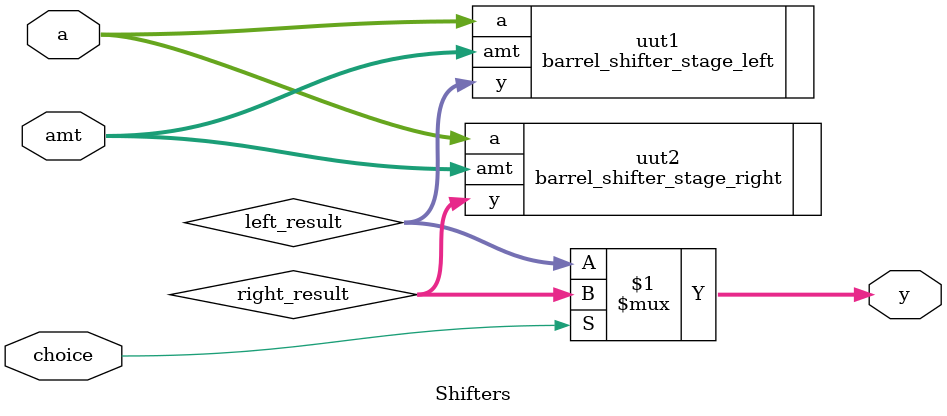
<source format=v>
module Shifters(
    input wire [7:0] a,
    input wire [2:0] amt,
    input wire choice,
    output wire [7:0] y
    );
    
    wire [7:0] left_result;
    wire [7:0] right_result;    
    
    barrel_shifter_stage_left uut1(
        .a(a),
        .amt(amt),
        .y(left_result)
    );
    
    barrel_shifter_stage_right uut2(
        .a(a),
        .amt(amt),
        .y(right_result)
    );
    
    assign y = choice? right_result : left_result;
    
endmodule

</source>
